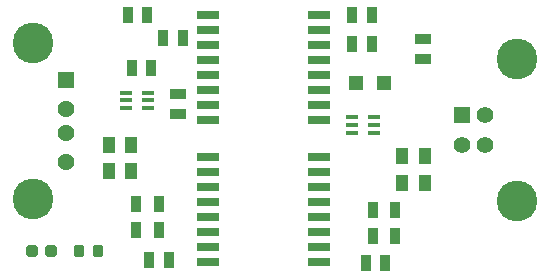
<source format=gbr>
%TF.GenerationSoftware,KiCad,Pcbnew,9.0.0*%
%TF.CreationDate,2025-03-18T13:10:11-04:00*%
%TF.ProjectId,Tarea_2_Aislador_USB,54617265-615f-4325-9f41-69736c61646f,rev?*%
%TF.SameCoordinates,Original*%
%TF.FileFunction,Soldermask,Top*%
%TF.FilePolarity,Negative*%
%FSLAX46Y46*%
G04 Gerber Fmt 4.6, Leading zero omitted, Abs format (unit mm)*
G04 Created by KiCad (PCBNEW 9.0.0) date 2025-03-18 13:10:11*
%MOMM*%
%LPD*%
G01*
G04 APERTURE LIST*
G04 Aperture macros list*
%AMRoundRect*
0 Rectangle with rounded corners*
0 $1 Rounding radius*
0 $2 $3 $4 $5 $6 $7 $8 $9 X,Y pos of 4 corners*
0 Add a 4 corners polygon primitive as box body*
4,1,4,$2,$3,$4,$5,$6,$7,$8,$9,$2,$3,0*
0 Add four circle primitives for the rounded corners*
1,1,$1+$1,$2,$3*
1,1,$1+$1,$4,$5*
1,1,$1+$1,$6,$7*
1,1,$1+$1,$8,$9*
0 Add four rect primitives between the rounded corners*
20,1,$1+$1,$2,$3,$4,$5,0*
20,1,$1+$1,$4,$5,$6,$7,0*
20,1,$1+$1,$6,$7,$8,$9,0*
20,1,$1+$1,$8,$9,$2,$3,0*%
G04 Aperture macros list end*
%ADD10R,0.950000X1.400000*%
%ADD11R,0.970000X1.470000*%
%ADD12R,1.050000X1.400000*%
%ADD13RoundRect,0.219000X0.219000X0.294000X-0.219000X0.294000X-0.219000X-0.294000X0.219000X-0.294000X0*%
%ADD14R,1.925000X0.650000*%
%ADD15R,1.050000X0.400000*%
%ADD16R,1.470000X0.970000*%
%ADD17RoundRect,0.239000X-0.239000X-0.274000X0.239000X-0.274000X0.239000X0.274000X-0.239000X0.274000X0*%
%ADD18R,1.400000X1.400000*%
%ADD19C,1.400000*%
%ADD20C,3.450000*%
%ADD21R,1.431000X1.431000*%
%ADD22C,1.431000*%
%ADD23R,1.150000X1.150000*%
G04 APERTURE END LIST*
D10*
%TO.C,R7*%
X139250000Y-85250000D03*
X141150000Y-85250000D03*
%TD*%
D11*
%TO.C,C5*%
X122000000Y-87250000D03*
X120340000Y-87250000D03*
%TD*%
D12*
%TO.C,R8*%
X143650000Y-80750000D03*
X141750000Y-80750000D03*
%TD*%
D13*
%TO.C,R10*%
X116000000Y-86500000D03*
X114360000Y-86500000D03*
%TD*%
D11*
%TO.C,C7*%
X137500000Y-66500000D03*
X139160000Y-66500000D03*
%TD*%
%TO.C,C8*%
X137500000Y-69000000D03*
X139160000Y-69000000D03*
%TD*%
D12*
%TO.C,R2*%
X118800000Y-77500000D03*
X116900000Y-77500000D03*
%TD*%
%TO.C,R1*%
X118800000Y-79750000D03*
X116900000Y-79750000D03*
%TD*%
D14*
%TO.C,IC3*%
X125288000Y-78555000D03*
X125288000Y-79825000D03*
X125288000Y-81095000D03*
X125288000Y-82365000D03*
X125288000Y-83635000D03*
X125288000Y-84905000D03*
X125288000Y-86175000D03*
X125288000Y-87445000D03*
X134712000Y-87445000D03*
X134712000Y-86175000D03*
X134712000Y-84905000D03*
X134712000Y-83635000D03*
X134712000Y-82365000D03*
X134712000Y-81095000D03*
X134712000Y-79825000D03*
X134712000Y-78555000D03*
%TD*%
D15*
%TO.C,IC1*%
X120250000Y-74400000D03*
X120250000Y-73750000D03*
X120250000Y-73100000D03*
X118350000Y-73100000D03*
X118350000Y-73750000D03*
X118350000Y-74400000D03*
%TD*%
D12*
%TO.C,R9*%
X143650000Y-78500000D03*
X141750000Y-78500000D03*
%TD*%
D10*
%TO.C,R4*%
X119250000Y-84750000D03*
X121150000Y-84750000D03*
%TD*%
D16*
%TO.C,C4*%
X122750000Y-73250000D03*
X122750000Y-74910000D03*
%TD*%
D11*
%TO.C,C1*%
X120160000Y-66500000D03*
X118500000Y-66500000D03*
%TD*%
D17*
%TO.C,D1*%
X110420000Y-86500000D03*
X112000000Y-86500000D03*
%TD*%
D18*
%TO.C,J2*%
X146800000Y-75020000D03*
D19*
X146800000Y-77520000D03*
X148800000Y-77520000D03*
X148800000Y-75020000D03*
D20*
X151500000Y-70250000D03*
X151500000Y-82290000D03*
%TD*%
D21*
%TO.C,J1*%
X113250000Y-72000000D03*
D22*
X113250000Y-74500000D03*
X113250000Y-76500000D03*
X113250000Y-79000000D03*
D20*
X110540000Y-68930000D03*
X110540000Y-82070000D03*
%TD*%
D11*
%TO.C,C6*%
X140330000Y-87500000D03*
X138670000Y-87500000D03*
%TD*%
%TO.C,C3*%
X120500000Y-71000000D03*
X118840000Y-71000000D03*
%TD*%
D14*
%TO.C,IC2*%
X125288000Y-66505000D03*
X125288000Y-67775000D03*
X125288000Y-69045000D03*
X125288000Y-70315000D03*
X125288000Y-71585000D03*
X125288000Y-72855000D03*
X125288000Y-74125000D03*
X125288000Y-75395000D03*
X134712000Y-75395000D03*
X134712000Y-74125000D03*
X134712000Y-72855000D03*
X134712000Y-71585000D03*
X134712000Y-70315000D03*
X134712000Y-69045000D03*
X134712000Y-67775000D03*
X134712000Y-66505000D03*
%TD*%
D16*
%TO.C,C9*%
X143500000Y-70250000D03*
X143500000Y-68590000D03*
%TD*%
D23*
%TO.C,R5*%
X137825000Y-72250000D03*
X140175000Y-72250000D03*
%TD*%
D10*
%TO.C,R6*%
X139250000Y-83050000D03*
X141150000Y-83050000D03*
%TD*%
%TO.C,R3*%
X119250000Y-82500000D03*
X121150000Y-82500000D03*
%TD*%
D15*
%TO.C,IC4*%
X137500000Y-75200000D03*
X137500000Y-75850000D03*
X137500000Y-76500000D03*
X139400000Y-76500000D03*
X139400000Y-75850000D03*
X139400000Y-75200000D03*
%TD*%
D11*
%TO.C,C2*%
X123160000Y-68500000D03*
X121500000Y-68500000D03*
%TD*%
M02*

</source>
